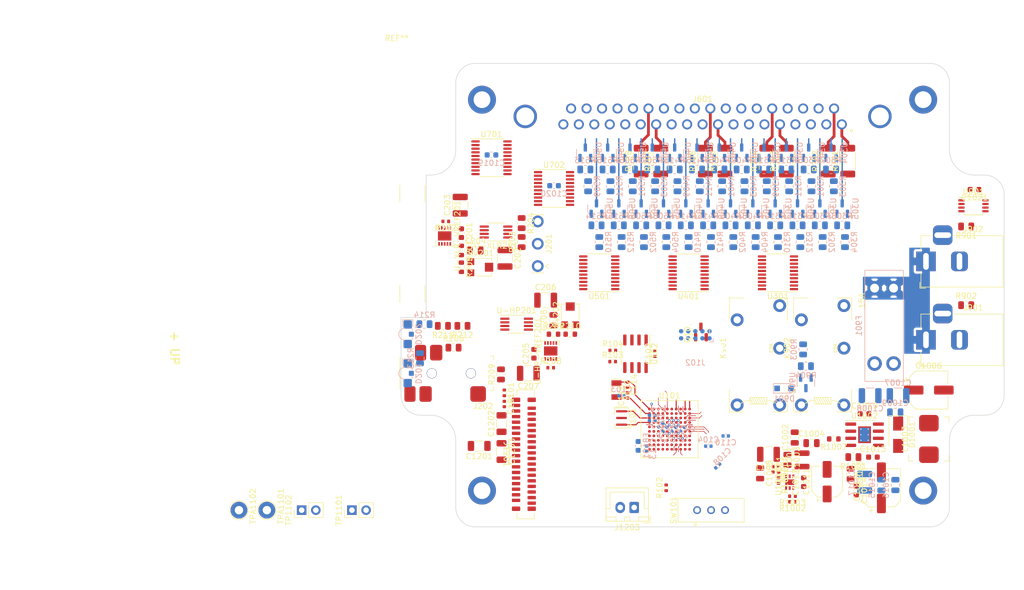
<source format=kicad_pcb>
(kicad_pcb (version 20211014) (generator pcbnew)
  (title_block (title "Light Drum") (rev "REV8") (company "Daxxn Industries") (comment 1 "Board 1 of 2"))
  (layers (0 "F.Cu" signal) (1 "In1.Cu" power) (2 "In2.Cu" power) (31 "B.Cu" signal) (34 "B.Paste" user) (35 "F.Paste" user) (36 "B.SilkS" user "B.Silkscreen") (37 "F.SilkS" user "F.Silkscreen") (38 "B.Mask" user) (39 "F.Mask" user) (44 "Edge.Cuts" user))
  (net 0 "")
  (net 1 "/ENC1-A")
  (net 2 "/ENC2-A")
  (net 3 "/ENC1-B")
  (net 4 "/ENC2-B")
  (net 5 "VCC")
  (net 6 "GND")
  (net 7 "/GRAPH-LE")
  (net 8 "/GRAPH-SDI")
  (net 9 "/HP-SW")
  (net 10 "/AUDIO-RELAY")
  (net 11 "SPI-SCLK")
  (net 12 "SPI-COPI")
  (net 13 "SPI-CIPO")
  (net 14 "/ENC1-SW")
  (net 15 "/ENC2-SW")
  (net 16 "/ADC-CS")
  (net 17 "~{RESET}")
  (net 18 "/XTAL2")
  (net 19 "/XTAL1")
  (net 20 "VDD")
  (net 21 "/Audio Inputs/XLR-VREF")
  (net 22 "I2C-SCLK")
  (net 23 "I2C-SDA")
  (net 24 "/Audio Inputs/HP-VREF")
  (net 25 "/GRAPH-~{OE}")
  (net 26 "+3V3")
  (net 27 "SWDIO")
  (net 28 "SWDCLK")
  (net 29 "SWO")
  (net 30 "/DIAG-DEBUG")
  (net 31 "+12V")
  (net 32 "/RGB_Control/Strip Connector/STRIP1-PWR")
  (net 33 "/RGB_Control/RGB Control 1/LED1-G")
  (net 34 "/RGB_Control/RGB Control 1/LED1-R")
  (net 35 "/RGB_Control/RGB Control 1/LED1-B")
  (net 36 "/RGB_Control/Strip Connector/STRIP2-PWR")
  (net 37 "/RGB_Control/RGB Control 1/LED2-G")
  (net 38 "/RGB_Control/RGB Control 2/LED2-R")
  (net 39 "/RGB_Control/RGB Control 2/LED2-B")
  (net 40 "/RGB_Control/Strip Connector/STRIP3-PWR")
  (net 41 "/RGB_Control/RGB Control 2/LED3-G")
  (net 42 "/RGB_Control/RGB Control 2/LED3-R")
  (net 43 "/RGB_Control/RGB Control 3/LED3-B")
  (net 44 "/RGB_Control/Strip Connector/STRIP4-PWR")
  (net 45 "/RGB_Control/RGB Control 3/LED4-G")
  (net 46 "/RGB_Control/RGB Control 3/LED4-R")
  (net 47 "/RGB_Control/RGB Control 3/LED4-B")
  (net 48 "/RGB_Control/Strip Connector/STRIP5-PWR")
  (net 49 "/RGB_Control/RGB Control 1/LED5-G")
  (net 50 "/RGB_Control/RGB Control 1/LED5-R")
  (net 51 "/RGB_Control/RGB Control 1/LED5-B")
  (net 52 "Vdrive")
  (net 53 "/RGB_Control/Strip Connector/STRIP6-PWR")
  (net 54 "/RGB_Control/RGB Control 1/LED6-G")
  (net 55 "/RGB_Control/RGB Control 2/LED6-R")
  (net 56 "/RGB_Control/RGB Control 2/LED6-B")
  (net 57 "/RGB_Control/Strip Connector/STRIP7-PWR")
  (net 58 "/RGB_Control/RGB Control 2/LED7-G")
  (net 59 "/RGB_Control/RGB Control 2/LED7-R")
  (net 60 "/RGB_Control/RGB Control 3/LED7-B")
  (net 61 "/RGB_Control/Strip Connector/STRIP8-PWR")
  (net 62 "/RGB_Control/RGB Control 3/LED8-G")
  (net 63 "/RGB_Control/RGB Control 3/LED8-R")
  (net 64 "/RGB_Control/RGB Control 3/LED8-B")
  (net 65 "/RGB_Control/RGB Control 1/LED5-R-SIG")
  (net 66 "/RGB_Control/RGB Control 1/LED6-G-SIG")
  (net 67 "/RGB_Control/RGB Control 1/LED1-R-SIG")
  (net 68 "/RGB_Control/RGB Control 1/LED2-G-SIG")
  (net 69 "/RGB_Control/RGB Control 1/LED5-G-SIG")
  (net 70 "/RGB_Control/RGB Control 1/LED5-B-SIG")
  (net 71 "/RGB_Control/RGB Control 1/LED1-G-SIG")
  (net 72 "/RGB_Control/RGB Control 1/LED1-B-SIG")
  (net 73 "/RGB_Control/RGB Control 2/LED6-B-SIG")
  (net 74 "/SCR-RX")
  (net 75 "/SCR-TX")
  (net 76 "/HP-SEL-IND")
  (net 77 "/XLR-SEL-IND")
  (net 78 "/RGB_Control/RGB Control 2/LED7-R-SIG")
  (net 79 "/RGB_Control/RGB Control 2/LED2-B-SIG")
  (net 80 "/DIAG-STATUS")
  (net 81 "/RGB_Control/RGB Control 2/LED3-R-SIG")
  (net 82 "/HP-VREF-PG")
  (net 83 "/GRAPH-CLK")
  (net 84 "/XLR-VREF-PG")
  (net 85 "/STRIP-PWR")
  (net 86 "/Power/PS-SW_")
  (net 87 "/Power/PS-FB_")
  (net 88 "/RGB_Control/RGB Control 2/LED6-R-SIG")
  (net 89 "/RGB_Control/RGB Control 2/LED7-G-SIG")
  (net 90 "/RGB_Control/RGB Control 2/LED2-R-SIG")
  (net 91 "/RGB_Control/RGB Control 2/LED3-G-SIG")
  (net 92 "/RGB_Control/RGB Control 3/LED8-G-SIG")
  (net 93 "/RGB_Control/RGB Control 3/LED8-B-SIG")
  (net 94 "/RGB_Control/RGB Control 3/LED4-G-SIG")
  (net 95 "/EEPROM-WP")
  (net 96 "/RGB_Control/RGB Control 3/LED4-B-SIG")
  (net 97 "/RGB_Control/RGB Control 3/LED7-B-SIG")
  (net 98 "/MIDI-OUT")
  (net 99 "/MIDI-IN")
  (net 100 "/RGB_Control/RGB Control 3/LED8-R-SIG")
  (net 101 "/RGB_Control/RGB Control 3/LED3-B-SIG")
  (net 102 "/RGB_Control/RGB Control 3/LED4-R-SIG")
  (net 103 "/VBAT")
  (net 104 "/STRIP5-CURR")
  (net 105 "/STRIP3-CURR")
  (net 106 "/STRIP4-CURR")
  (net 107 "/STRIP6-CURR")
  (net 108 "/STRIP1-CURR")
  (net 109 "/STRIP7-CURR")
  (net 110 "/MENU-UP")
  (net 111 "/MENU-ACT")
  (net 112 "/MENU-DOWN")
  (net 113 "/MENU-LEFT")
  (net 114 "/MENU-RIGHT")
  (net 115 "/MENU-BACK")
  (net 116 "/STRIP2-CURR")
  (net 117 "/STRIP8-CURR")
  (net 118 "/PWM-OE")
  (net 119 "Net-(C113-Pad1)")
  (net 120 "Net-(C204-Pad1)")
  (net 121 "Net-(C208-Pad1)")
  (net 122 "Net-(C1001-Pad2)")
  (net 123 "Net-(C1010-Pad1)")
  (net 124 "Net-(C1013-Pad2)")
  (net 125 "Net-(D201-Pad2)")
  (net 126 "Net-(D202-Pad2)")
  (net 127 "Net-(D901-Pad2)")
  (net 128 "Net-(F901-Pad1)")
  (net 129 "Net-(J102-Pad1)")
  (net 132 "Net-(J201-Pad2)")
  (net 133 "Net-(J201-Pad3)")
  (net 135 "Net-(J202-PadR2)")
  (net 136 "Net-(J202-PadSW)")
  (net 137 "Net-(J202-PadT)")
  (net 139 "Net-(J901-Pad3)")
  (net 140 "Net-(J902-Pad3)")
  (net 143 "Net-(R102-Pad1)")
  (net 144 "Net-(R102-Pad2)")
  (net 145 "Net-(R201-Pad2)")
  (net 146 "Net-(R202-Pad2)")
  (net 147 "Net-(R207-Pad2)")
  (net 148 "Net-(R208-Pad2)")
  (net 149 "Net-(R301-Pad2)")
  (net 150 "Net-(R302-Pad2)")
  (net 151 "Net-(R303-Pad2)")
  (net 152 "Net-(R304-Pad2)")
  (net 153 "Net-(R309-Pad2)")
  (net 154 "Net-(R310-Pad2)")
  (net 155 "Net-(R311-Pad2)")
  (net 156 "Net-(R312-Pad2)")
  (net 157 "Net-(R401-Pad2)")
  (net 158 "Net-(R402-Pad2)")
  (net 159 "Net-(R403-Pad2)")
  (net 160 "Net-(R404-Pad2)")
  (net 161 "Net-(R409-Pad2)")
  (net 162 "Net-(R410-Pad2)")
  (net 163 "Net-(R411-Pad2)")
  (net 164 "Net-(R412-Pad2)")
  (net 165 "Net-(R501-Pad2)")
  (net 166 "Net-(R502-Pad2)")
  (net 167 "Net-(R503-Pad2)")
  (net 168 "Net-(R504-Pad2)")
  (net 169 "Net-(R509-Pad2)")
  (net 170 "Net-(R510-Pad2)")
  (net 171 "Net-(R511-Pad2)")
  (net 172 "Net-(R512-Pad2)")
  (net 173 "Net-(R903-Pad1)")
  (net 174 "Net-(R903-Pad2)")
  (net 175 "Net-(R1007-Pad1)")
  (net 201 "Net-(U901-Pad5)")
  (net 202 "Net-(R1002-Pad2)")
  (net 203 "Net-(R1003-Pad2)")
  (net 204 "Net-(L1001-Pad1)")
  (net 205 "/HP-ADC-CS")
  (net 206 "/XLR-ADC-CS")
  (net 208 "/CHG-STATUS")
  (net 209 "/RTC-OUT")
  (net 210 "/Audio Inputs/HP-")
  (net 211 "/Audio Inputs/XLR+")
  (net 212 "/Audio Inputs/XLR-")
  (net 213 "/Audio Inputs/HP+")
  (net 214 "Net-(C114-Pad1)")
  (net 215 "Net-(C115-Pad1)")
  (net 226 "/Interface Connectors/CHARGE-STATUS")
  (net 227 "/Interface Connectors/VBAT")
  (footprint "Package_SO:TSSOP-20_4.4x6.5mm_P0.65mm" (layer "F.Cu") (at 13.5 -4 180)
    (fp_text reference "U301")
    (fp_text value "PCA9634_TSSOP20")
  )
  (footprint "Capacitor_SMD:C_0805_2012Metric" (layer "F.Cu") (at 10.3 31.9 -90)
    (fp_text reference "C1005")
    (fp_text value "1uF")
  )
  (footprint "Daxxn_Packages:WSON-10-1EP_3x3mm" (layer "F.Cu") (at -46.1875 -10.6 -90)
    (fp_text reference "U-XLR-VREF201")
    (fp_text value "TPS7A94")
  )
  (footprint "Resistor_SMD:R_2010_5025Metric" (layer "F.Cu") (at -7.5 -24 90)
    (fp_text reference "R707")
    (fp_text value "60m")
  )
  (footprint "Resistor_SMD:R_2010_5025Metric" (layer "F.Cu") (at 22.5 -24 90)
    (fp_text reference "R702")
    (fp_text value "60m")
  )
  (footprint "Capacitor_SMD:C_0805_2012Metric" (layer "F.Cu") (at 16.5 25.5 90)
    (fp_text reference "C1002")
    (fp_text value "100nF")
  )
  (footprint "Capacitor_SMD:C_0603_1608Metric" (layer "F.Cu") (at 29 21.25)
    (fp_text reference "C1010")
    (fp_text value "10nF")
  )
  (footprint "Capacitor_SMD:C_1206_3216Metric" (layer "F.Cu") (at -36 28 -90)
    (fp_text reference "C1203")
    (fp_text value "1uF")
  )
  (footprint "Capacitor_SMD:C_0402_1005Metric" (layer "F.Cu") (at -8.52 10.5 90)
    (fp_text reference "C102")
    (fp_text value "100nF")
  )
  (footprint "Daxxn_Connectors:0525593652" (layer "F.Cu") (at -32 28.5 -90)
    (fp_text reference "J1201")
    (fp_text value "0525593652")
  )
  (footprint "Daxxn_Connectors:JST_XH_B2B-XH-A_Vertical" (layer "F.Cu") (at -12.25 38.025 180)
    (fp_text reference "J1203")
    (fp_text value "PWR-CONN")
  )
  (footprint "Resistor_SMD:R_2010_5025Metric" (layer "F.Cu") (at -11 -24 90)
    (fp_text reference "R708")
    (fp_text value "60m")
  )
  (footprint "Capacitor_SMD:C_1210_3225Metric" (layer "F.Cu") (at 11.8 28.5 180)
    (fp_text reference "L1002")
    (fp_text value "10uH")
  )
  (footprint "Resistor_SMD:R_0603_1608Metric" (layer "F.Cu") (at -43.1875 -8 -90)
    (fp_text reference "R201")
    (fp_text value "14.67K")
  )
  (footprint "Capacitor_SMD:C_1210_3225Metric" (layer "F.Cu") (at -28.1 0.9)
    (fp_text reference "C206")
    (fp_text value "10uF")
  )
  (footprint "Capacitor_SMD:C_1206_3216Metric" (layer "F.Cu") (at -40 27 180)
    (fp_text reference "C1201")
    (fp_text value "1uF")
  )
  (footprint "Capacitor_SMD:CP_Elec_6.3x5.4" (layer "F.Cu") (at 32.02 34.5 90)
    (fp_text reference "C1018")
    (fp_text value "100uF")
  )
  (footprint "Connector_PinHeader_2.54mm:PinHeader_1x02_P2.54mm_Vertical" (layer "F.Cu") (at -71.795 38.5 90)
    (fp_text reference "TP1102")
    (fp_text value "MIDI TP")
  )
  (footprint "Capacitor_SMD:C_1210_3225Metric" (layer "F.Cu") (at -31.2 14 180)
    (fp_text reference "C207")
    (fp_text value "10uF")
  )
  (footprint "Capacitor_SMD:C_0603_1608Metric" (layer "F.Cu") (at 30.5 29)
    (fp_text reference "C1013")
    (fp_text value "220nF")
  )
  (footprint "Package_SO:TSSOP-8_3x3mm_P0.65mm" (layer "F.Cu") (at 48.5 -16)
    (fp_text reference "U901")
    (fp_text value "74HC2G08")
  )
  (footprint "Daxxn_Packages:WSON-10-1EP_3x3mm" (layer "F.Cu") (at -27.2 9.995 90)
    (fp_text reference "U-HP-VREF201")
    (fp_text value "TPS7A94")
  )
  (footprint "Diode_SMD:D_SMA" (layer "F.Cu") (at 35.02 25 -90)
    (fp_text reference "D1001")
    (fp_text value "SK36AHE3")
  )
  (footprint "Resistor_SMD:R_2010_5025Metric" (layer "F.Cu") (at 15 -24 90)
    (fp_text reference "R703")
    (fp_text value "60m")
  )
  (footprint "Package_SO:SOIC-8_3.9x4.9mm_P1.27mm" (layer "F.Cu") (at -12.02 10.5 -90)
    (fp_text reference "U102")
    (fp_text value "24LC04")
  )
  (footprint "Capacitor_SMD:C_0805_2012Metric" (layer "F.Cu") (at 15.2 29.5 -90)
    (fp_text reference "C1003")
    (fp_text value "100nF")
  )
  (footprint "Resistor_SMD:R_0402_1005Metric" (layer "F.Cu") (at -45.9875 -13.2 180)
    (fp_text reference "R202")
    (fp_text value "10K")
  )
  (footprint "Resistor_SMD:R_0805_2012Metric" (layer "F.Cu") (at -44.6 9.4)
    (fp_text reference "R206")
    (fp_text value "100")
  )
  (footprint "Resistor_SMD:R_0402_1005Metric" (layer "F.Cu") (at 16.1 37 180)
    (fp_text reference "R1002")
    (fp_text value "100K")
  )
  (footprint "Capacitor_SMD:C_1210_3225Metric" (layer "F.Cu") (at -35.3875 -6.6 -90)
    (fp_text reference "C202")
    (fp_text value "10uF")
  )
  (footprint "Resistor_SMD:R_0805_2012Metric" (layer "F.Cu") (at 26.5 32 -90)
    (fp_text reference "R1005")
    (fp_text value "7.5K")
  )
  (footprint "Resistor_SMD:R_0603_1608Metric" (layer "F.Cu") (at -23.7 6.995)
    (fp_text reference "R210")
    (fp_text value "100K")
  )
  (footprint "Daxxn_Relays:ALQ112" (layer "F.Cu") (at 21.5 9.5 90)
    (fp_text reference "K902")
    (fp_text value "ALQ112")
  )
  (footprint "TestPoint:TestPoint_Loop_D2.54mm_Drill1.5mm_Beaded" (layer "F.Cu") (at -78.02 38.5 90)
    (fp_text reference "TPA1101")
    (fp_text value "VCC TP")
  )
  (footprint "Capacitor_SMD:C_0603_1608Metric" (layer "F.Cu") (at 18.1 33.5 90)
    (fp_text reference "C1012")
    (fp_text value "100nF")
  )
  (footprint "TestPoint:TestPoint_Loop_D2.54mm_Drill1.5mm_Beaded" (layer "F.Cu") (at -83.02 38.5 90)
    (fp_text reference "TPA1102")
    (fp_text value "GND TP")
  )
  (footprint "Daxxn_Relays:ALQ112" (layer "F.Cu") (at 10 9.5 90)
    (fp_text reference "K901")
    (fp_text value "ALQ112")
  )
  (footprint "Capacitor_SMD:C_0402_1005Metric" (layer "F.Cu") (at -13.42 17.95 90)
    (fp_text reference "C115")
    (fp_text value "10pF")
  )
  (footprint "Daxxn_Packages:SOIC-8-1EP_3.9x4.9mm_P1.27mm_EP2.29x3mm_ThermalVias" (layer "F.Cu") (at 29 25)
    (fp_text reference "U1002")
    (fp_text value "LM22673-SOIC")
  )
  (footprint "Resistor_SMD:R_2010_5025Metric" (layer "F.Cu") (at 0.5 -24 90)
    (fp_text reference "R706")
    (fp_text value "60m")
  )
  (footprint "Capacitor_SMD:C_0603_1608Metric" (layer "F.Cu") (at 48.7 -18.9 180)
    (fp_text reference "C1021")
    (fp_text value "100nF")
  )
  (footprint "Daxxn_Connectors:CP30082-XLR" (layer "F.Cu") (at -29.5175 -9.2 180)
    (fp_text reference "J201")
    (fp_text value "XLR3")
  )
  (footprint "Package_TO_SOT_SMD:SOT-23" (layer "F.Cu") (at -0.3 6.6 90)
    (fp_text reference "Q101")
    (fp_text value "RQ5A030AP")
  )
  (footprint "Resistor_SMD:R_0805_2012Metric" (layer "F.Cu") (at -46.5 5.5 180)
    (fp_text reference "R211")
    (fp_text value "100")
  )
  (footprint "Resistor_SMD:R_2010_5025Metric" (layer "F.Cu") (at 26 -24 90)
    (fp_text reference "R701")
    (fp_text value "60m")
  )
  (footprint "MountingHole:MountingHole_2.5mm_Pad" (layer "F.Cu") (at 39.5 -35)
    (fp_text reference "H4" hide)
    (fp_text value "M2.5")
  )
  (footprint "Resistor_SMD:R_0402_1005Metric" (layer "F.Cu") (at -6.52 34.5 90)
    (fp_text reference "R102")
    (fp_text value "10K")
  )
  (footprint "Connector_PinHeader_2.54mm:PinHeader_1x02_P2.54mm_Vertical" (layer "F.Cu") (at -62.795 38.5 90)
    (fp_text reference "TP1101")
    (fp_text value "I2C TP")
  )
  (footprint "MountingHole:MountingHole_2.5mm_Pad" (layer "F.Cu") (at -39.5 -35)
    (fp_text reference "H1" hide)
    (fp_text value "M2.5")
  )
  (footprint "Capacitor_SMD:C_0603_1608Metric" (layer "F.Cu") (at -30.2 10.495 90)
    (fp_text reference "C205")
    (fp_text value "100nF")
  )
  (footprint "Package_SO:TSSOP-20_4.4x6.5mm_P0.65mm" (layer "F.Cu") (at -26.6 -19.1)
    (fp_text reference "U702")
    (fp_text value "INA4181 A2")
  )
  (footprint "Package_DFN_QFN:DFN-6-1EP_2x2mm_P0.65mm_EP1x1.6mm" (layer "F.Cu") (at 15.6 33.5 90)
    (fp_text reference "U1001")
    (fp_text value "AP3401")
  )
  (footprint "Package_SO:TSSOP-20_4.4x6.5mm_P0.65mm" (layer "F.Cu") (at -37.8 -24.6)
    (fp_text reference "U701")
    (fp_text value "INA4181 A2")
  )
  (footprint "Capacitor_SMD:C_0603_1608Metric" (layer "F.Cu") (at 27.52 35 -90)
    (fp_text reference "C1014")
    (fp_text value "100nF")
  )
  (footprint "Resistor_SMD:R_0402_1005Metric" (layer "F.Cu") (at -27.2 12.995)
    (fp_text reference "R208")
    (fp_text value "10K")
  )
  (footprint "Package_SO:TSSOP-20_4.4x6.5mm_P0.65mm" (layer "F.Cu") (at -18.5 -4 180)
    (fp_text reference "U501")
    (fp_text value "PCA9634_TSSOP20")
  )
  (footprint "Daxxn_Passives:LQH3NPN" (layer "F.Cu") (at 17.8 29.5 90)
    (fp_text reference "L1001")
    (fp_text value "2.2uH")
  )
  (footprint "Resistor_SMD:R_0805_2012Metric" (layer "F.Cu") (at 47.2 1.8)
    (fp_text reference "R902")
    (fp_text value "10K")
  )
  (footprint "Resistor_SMD:R_0805_2012Metric" (layer "F.Cu") (at 47.2 -12.3 180)
    (fp_text reference "R901")
    (fp_text value "10K")
  )
  (footprint "Resistor_SMD:R_0402_1005Metric" (layer "F.Cu") (at 16.1 36 180)
    (fp_text reference "R1003")
    (fp_text value "100K")
  )
  (footprint "Crystal:Crystal_SMD_MicroCrystal_CC7V-T1A-2Pin_3.2x1.5mm" (layer "F.Cu") (at -15.42 17 -90)
    (fp_text reference "Y102")
    (fp_text value "32.768KHz")
  )
  (footprint "Capacitor_SMD:C_0805_2012Metric" (layer "F.Cu") (at -40.6875 -8)
    (fp_text reference "C204")
    (fp_text value "4.7uF")
  )
  (footprint "Daxxn_Switches:Bourns_TC33X" (layer "F.Cu") (at -39.6875 -5)
    (fp_text reference "RV201")
    (fp_text value "30K")
  )
  (footprint "MountingHole:MountingHole_2.5mm_Pad" (layer "F.Cu") (at -39.5 35)
    (fp_text reference "H2" hide)
    (fp_text value "M2.5")
  )
  (footprint "Capacitor_SMD:C_0805_2012Metric" (layer "F.Cu") (at -26.7 4.495 90)
    (fp_text reference "C208")
    (fp_text value "4.7uF")
  )
  (footprint "Capacitor_SMD:C_0402_1005Metric" (layer "F.Cu") (at -13.42 16.05 -90)
    (fp_text reference "C114")
    (fp_text value "10pF")
  )
  (footprint "Daxxn_Connectors:DSUB-37-182-037-113R531" (layer "F.Cu") (at 0 -32 180)
    (fp_text reference "J601")
    (fp_text value "LED D-SUB")
  )
  (footprint "Resistor_SMD:R_0805_2012Metric" (layer "F.Cu") (at -36.1 14.2 90)
    (fp_text reference "R209")
    (fp_text value "100")
  )
  (footprint "Daxxn_Connectors:BarrelJack_Horizontal" (layer "F.Cu") (at 40 8 180)
    (fp_text reference "J901")
    (fp_text value "STD BARREL JACK")
  )
  (footprint "Daxxn_Connectors:BarrelJack_Horizontal" (layer "F.Cu") (at 40 -6.0425 180)
    (fp_text reference "J902")
    (fp_text value "STD BARREL JACK")
  )
  (footprint "Resistor_SMD:R_0402_1005Metric" (layer "F.Cu") (at -35.5 17.5 -90)
    (fp_text reference "R101")
    (fp_text value "10K")
  )
  (footprint "Daxxn_Packages:LFBGA-100_P0.8mm" (layer "F.Cu") (at -5.92 24)
    (fp_text reference "U101")
    (fp_text value "STM32F103VEH6")
  )
  (footprint "Resistor_SMD:R_0805_2012Metric" (layer "F.Cu") (at -32.4 -9.5 90)
    (fp_text reference "R203")
    (fp_text value "100")
  )
  (footprint "Resistor_SMD:R_0603_1608Metric" (layer "F.Cu") (at -26.7 6.995)
    (fp_text reference "R207")
    (fp_text value "14.67K")
  )
  (footprint "Resistor_SMD:R_0402_1005Metric" (layer "F.Cu") (at 13.6 31.2 -90)
    (fp_text reference "R1004")
    (fp_text value "430K")
  )
  (footprint "Resistor_SMD:R_0402_1005Metric" (layer "F.Cu") (at -16.1 11.9)
    (fp_text reference "R103")
    (fp_text value "2.2K")
  )
  (footprint "Resistor_SMD:R_0805_2012Metric" (layer "F.Cu") (at 27 29 180)
    (fp_text reference "R1001")
    (fp_text value "2.78K")
  )
  (footprint "Resistor_SMD:R_2010_5025Metric" (layer "F.Cu") (at 11.5 -24 90)
    (fp_text reference "R704")
    (fp_text value "60m")
  )
  (footprint "Capacitor_SMD:C_1206_3216Metric" (layer "F.Cu") (at -36 23 90)
    (fp_text reference "C1202")
    (fp_text value "1uF")
  )
  (footprint "Daxxn_Enclosures:LeMotech_Black_ENC-115x90" (layer "F.Cu") (at 0 0)
    (fp_text reference "REF**")
    (fp_text value "LeMotech_Black_ENC-115x90")
  )
  (footprint "Resistor_SMD:R_0603_1608Metric" (layer "F.Cu") (at -43.1875 -5 -90)
    (fp_text reference "R205")
    (fp_text value "100K")
  )
  (footprint "Capacitor_SMD:C_1210_3225Metric" (layer "F.Cu") (at -43.4 -16.1 90)
    (fp_text reference "C203")
    (fp_text value "10uF")
  )
  (footprint "Capacitor_SMD:CP_Elec_6.3x7.7" (layer "F.Cu") (at 40.5 17)
    (fp_text reference "C1006")
    (fp_text value "47uF")
  )
  (footprint "Resistor_SMD:R_0805_2012Metric" (layer "F.Cu") (at -32.4 -12.9 -90)
    (fp_text reference "R204")
    (fp_text value "100")
  )
  (footprint "Resistor_SMD:R_0402_1005Metric" (layer "F.Cu") (at -16.08 9.9)
    (fp_text reference "R104")
    (fp_text value "2.2K")
  )
  (footprint "Resistor_SMD:R_0603_1608Metric" (layer "F.Cu") (at 23.5 25.75 180)
    (fp_text reference "R1007")
    (fp_text value "15K")
  )
  (footprint "Crystal:Resonator_SMD_Murata_CSTxExxV-3Pin_3.0x1.1mm" (layer "F.Cu") (at -14.52 22 -90)
    (fp_text reference "Y101")
    (fp_text value "8MHz")
  )
  (footprint "MountingHole:MountingHole_2.5mm_Pad" (layer "F.Cu") (at 39.5 35)
    (fp_text reference "H3" hide)
    (fp_text value "M2.5")
  )
  (footprint "Resistor_SMD:R_2010_5025Metric" (layer "F.Cu") (at 4 -24 90)
    (fp_text reference "R705")
    (fp_text value "60m")
  )
  (footprint "Package_SO:TSSOP-20_4.4x6.5mm_P0.65mm" (layer "F.Cu") (at -2.5 -4 180)
    (fp_text reference "U401")
    (fp_text value "PCA9634_TSSOP20")
  )
  (footprint "Daxxn_Switches:EG1218" (layer "F.Cu") (at -0.98 38.5 90)
    (fp_text reference "SW101")
    (fp_text value "SW_SPDT")
  )
  (footprint "Capacitor_SMD:C_0805_2012Metric" (layer "F.Cu") (at 19.5 26.5)
    (fp_text reference "C1004")
    (fp_text value "1uF")
  )
  (footprint "Daxxn_Switches:Bourns_TC33X" (layer "F.Cu") (at -23.7 3.495 90)
    (fp_text reference "RV202")
    (fp_text value "30K")
  )
  (footprint "Resistor_SMD:R_0402_1005Metric" (layer "F.Cu") (at 13.6 33.2 -90)
    (fp_text reference "R1006")
    (fp_text value "100K")
  )
  (footprint "Capacitor_SMD:C_0603_1608Metric" (layer "F.Cu") (at -43.1875 -11.1 -90)
    (fp_text reference "C201")
    (fp_text value "100nF")
  )
  (footprint "Package_SO:MSOP-8_3x3mm_P0.65mm" (layer "F.Cu") (at -36.9875 -11.3 180)
    (fp_text reference "U-XLR201")
    (fp_text value "MCP3553-ESN")
  )
  (footprint "Resistor_SMD:R_0805_2012Metric" (layer "F.Cu") (at -43 5.5 180)
    (fp_text reference "R212")
    (fp_text value "10K")
  )
  (footprint "Capacitor_SMD:C_0402_1005Metric" (layer "F.Cu") (at 12.6 31.2 -90)
    (fp_text reference "C1001")
    (fp_text value "22pF")
  )
  (footprint "Package_SO:MSOP-8_3x3mm_P0.65mm" (layer "F.Cu") (at -33.3 5.2)
    (fp_text reference "U-HP201")
    (fp_text value "MCP3553-ESN")
  )
  (footprint "Daxxn_Connectors:SJ-43515RS-SMT-TR" (layer "F.Cu") (at -53 14)
    (fp_text reference "J202")
    (fp_text value "SJ-43515RS-SMT-TR")
  )
  (footprint "Daxxn_Passives:PA4341" (layer "F.Cu") (at 40.52 25.75)
    (fp_text reference "L1003")
    (fp_text value "22uH")
  )
  (footprint "Capacitor_SMD:CP_Elec_5x5.4" (layer "F.Cu") (at 22.3 33.4 90)
    (fp_text reference "C1011")
    (fp_text value "10uF")
  )
  (footprint "Capacitor_SMD:C_0402_1005Metric" (layer "F.Cu") (at -35.5 19.5 -90)
    (fp_text reference "C101")
    (fp_text value "100nF")
  )
  (footprint "Capacitor_SMD:C_0402_1005Metric" (layer "B.Cu") (at -7.52 23.24 45)
    (fp_text reference "C105")
    (fp_text value "100nF")
  )
  (footprint "Diode_SMD:D_SOD-323_HandSoldering" (layer "B.Cu") (at 14.6 16.7)
    (fp_text reference "D901")
    (fp_text value "SSM16")
  )
  (footprint "Package_TO_SOT_SMD:SOT-23" (layer "B.Cu") (at -1 -25.5 90)
    (fp_text reference "U408")
    (fp_text value "SQ2310ES_SOT23")
  )
  (footprint "Resistor_SMD:R_0805_2012Metric" (layer "B.Cu") (at -5 -22.5 180)
    (fp_text reference "R413")
    (fp_text value "10K")
  )
  (footprint "Resistor_SMD:R_0805_2012Metric" (layer "B.Cu") (at -50.6 11.3 -90)
    (fp_text reference "R213")
    (fp_text value "330")
  )
  (footprint "Resistor_SMD:R_0805_2012Metric" (layer "B.Cu") (at -19 -12.5 180)
    (fp_text reference "R514")
    (fp_text value "10K")
  )
  (footprint "Resistor_SMD:R_0805_2012Metric" (layer "B.Cu") (at -8.5 -19.5 90)
    (fp_text reference "R503")
    (fp_text value "100")
  )
  (footprint "Resistor_SMD:R_0805_2012Metric" (layer "B.Cu") (at -16.5 -19.5 90)
    (fp_text reference "R511")
    (fp_text value "100")
  )
  (footprint "Resistor_SMD:R_0805_2012Metric" (layer "B.Cu") (at 25 -12.5 180)
    (fp_text reference "R308")
    (fp_text value "10K")
  )
  (footprint "Resistor_SMD:R_0805_2012Metric" (layer "B.Cu") (at 11 -22.5 180)
    (fp_text reference "R313")
    (fp_text value "10K")
  )
  (footprint "Resistor_SMD:R_0805_2012Metric" (layer "B.Cu") (at -3 -12.5 180)
    (fp_text reference "R414")
    (fp_text value "10K")
  )
  (footprint "Package_TO_SOT_SMD:SOT-23" (layer "B.Cu") (at 5 -15.5 90)
    (fp_text reference "U403")
    (fp_text value "SQ2310ES_SOT23")
  )
  (footprint "Capacitor_SMD:C_0805_2012Metric" (layer "B.Cu") (at 32.02 34 -90)
    (fp_text reference "C1015")
    (fp_text value "1uF")
  )
  (footprint "Resistor_SMD:R_0805_2012Metric" (layer "B.Cu") (at 1.5 -9.5 90)
    (fp_text reference "R412")
    (fp_text value "100")
  )
  (footprint "Resistor_SMD:R_0805_2012Metric" (layer "B.Cu") (at 17 -12.5 180)
    (fp_text reference "R316")
    (fp_text value "10K")
  )
  (footprint "Resistor_SMD:R_0805_2012Metric" (layer "B.Cu") (at -6.5 -9.5 90)
    (fp_text reference "R504")
    (fp_text value "100")
  )
  (footprint "Package_TO_SOT_SMD:SOT-23" (layer "B.Cu") (at 3 -25.5 90)
    (fp_text reference "U402")
    (fp_text value "SQ2310ES_SOT23")
  )
  (footprint "Resistor_SMD:R_0805_2012Metric" (layer "B.Cu") (at -7 -12.5 180)
    (fp_text reference "R508")
    (fp_text value "10K")
  )
  (footprint "Capacitor_SMD:C_0603_1608Metric" (layer "B.Cu") (at -37.8 -25.1)
    (fp_text reference "C1019")
    (fp_text value "100nF")
  )
  (footprint "Resistor_SMD:R_0805_2012Metric" (layer "B.Cu") (at 3.5 -19.5 90)
    (fp_text reference "R401")
    (fp_text value "100")
  )
  (footprint "Capacitor_SMD:C_0402_1005Metric" (layer "B.Cu") (at 2.7 30.59 45)
    (fp_text reference "C108")
    (fp_text value "100nF")
  )
  (footprint "Resistor_SMD:R_0805_2012Metric" (layer "B.Cu") (at -10.5 -9.5 90)
    (fp_text reference "R502")
    (fp_text value "100")
  )
  (footprint "Resistor_SMD:R_0805_2012Metric" (layer "B.Cu") (at -12.5 -19.5 90)
    (fp_text reference "R501")
    (fp_text value "100")
  )
  (footprint "Daxxn_Protection:3557-10" (layer "B.Cu") (at 32.5 5.5 -90)
    (fp_text reference "F901")
    (fp_text value "10A")
  )
  (footprint "Resistor_SMD:R_0805_2012Metric" (layer "B.Cu") (at -21 -22.5 180)
    (fp_text reference "R513")
    (fp_text value "10K")
  )
  (footprint "Capacitor_SMD:C_0402_1005Metric" (layer "B.Cu") (at 1.03 27.04 180)
    (fp_text reference "C104")
    (fp_text value "100nF")
  )
  (footprint "Resistor_SMD:R_0805_2012Metric" (layer "B.Cu") (at -14.5 -9.5 90)
    (fp_text reference "R512")
    (fp_text value "100")
  )
  (footprint "Resistor_SMD:R_0805_2012Metric" (layer "B.Cu") (at 5.5 -9.5 90)
    (fp_text reference "R402")
    (fp_text value "100")
  )
  (footprint "Resistor_SMD:R_0805_2012Metric" (layer "B.Cu") (at 7 -22.5 180)
    (fp_text reference "R407")
    (fp_text value "10K")
  )
  (footprint "Resistor_SMD:R_0805_2012Metric" (layer "B.Cu") (at 21 -12.5 180)
    (fp_text reference "R306")
    (fp_text value "10K")
  )
  (footprint "Resistor_SMD:R_0805_2012Metric" (layer "B.Cu") (at 9.5 -9.5 90)
    (fp_text reference "R404")
    (fp_text value "100")
  )
  (footprint "Resistor_SMD:R_0805_2012Metric" (layer "B.Cu") (at -20.5 -19.5 90)
    (fp_text reference "R509")
    (fp_text value "100")
  )
  (footprint "Package_TO_SOT_SMD:SOT-23" (layer "B.Cu") (at 19 -25.5 90)
    (fp_text reference "U302")
    (fp_text value "SQ2310ES_SOT23")
  )
  (footprint "Resistor_SMD:R_0805_2012Metric" (layer "B.Cu") (at -9 -22.5 180)
    (fp_text reference "R507")
    (fp_text value "10K")
  )
  (footprint "Resistor_SMD:R_0805_2012Metric" (layer "B.Cu") (at 19 -22.5 180)
    (fp_text reference "R305")
    (fp_text value "10K")
  )
  (footprint "Capacitor_SMD:C_0402_1005Metric" (layer "B.Cu") (at -8.52 22 90)
    (fp_text reference "C109")
    (fp_text value "100nF")
  )
  (footprint "Resistor_SMD:R_0805_2012Metric" (layer "B.Cu") (at -2.5 -9.5 90)
    (fp_text reference "R410")
    (fp_text value "100")
  )
  (footprint "Connector:Tag-Connect_TC2050-IDC-FP_2x05_P1.27mm_Vertical" (layer "B.Cu") (at -1.3 7.1 180)
    (fp_text reference "J102")
    (fp_text value "JTAG")
  )
  (footprint "Package_TO_SOT_SMD:SOT-23" (layer "B.Cu") (at 17 -15.5 90)
    (fp_text reference "U309")
    (fp_text value "SQ2310ES_SOT23")
  )
  (footprint "Resistor_SMD:R_0805_2012Metric" (layer "B.Cu") (at -15 -12.5 180)
    (fp_text reference "R516")
    (fp_text value "10K")
  )
  (footprint "Resistor_SMD:R_0805_2012Metric" (layer "B.Cu") (at 21.5 -9.5 90)
    (fp_text reference "R302")
    (fp_text value "100")
  )
  (footprint "Package_TO_SOT_SMD:SOT-23" (layer "B.Cu") (at 23 -25.5 90)
    (fp_text reference "U304")
    (fp_text value "SQ2310ES_SOT23")
  )
  (footprint "Package_TO_SOT_SMD:SOT-23" (layer "B.Cu") (at -9 -25.5 90)
    (fp_text reference "U504")
    (fp_text value "SQ2310ES_SOT23")
  )
  (footprint "Capacitor_SMD:C_1210_3225Metric" (layer "B.Cu") (at 30 18)
    (fp_text reference "C1008")
    (fp_text value "10uF")
  )
  (footprint "Resistor_SMD:R_0805_2012Metric" (layer "B.Cu") (at 19.5 -19.5 90)
    (fp_text reference "R301")
    (fp_text value "100")
  )
  (footprint "Capacitor_SMD:C_0402_1005Metric" (layer "B.Cu") (at -14.52 18 180)
    (fp_text reference "C103")
    (fp_text value "10nF")
  )
  (footprint "Capacitor_SMD:C_0402_1005Metric" (layer "B.Cu") (at -9.52 22 90)
    (fp_text reference "C107")
    (fp_text value "100nF")
  )
  (footprint "Capacitor_SMD:C_0402_1005Metric" (layer "B.Cu") (at -3.62 24 45)
    (fp_text reference "C111")
    (fp_text value "100nF")
  )
  (footprint "Package_TO_SOT_SMD:SOT-23" (layer "B.Cu") (at -21 -25.5 90)
    (fp_text reference "U506")
    (fp_text value "SQ2310ES_SOT23")
  )
  (footprint "Resistor_SMD:R_0805_2012Metric" (layer "B.Cu") (at 5 -12.5 180)
    (fp_text reference "R406")
    (fp_text value "10K")
  )
  (footprint "Resistor_SMD:R_0805_2012Metric" (layer "B.Cu") (at -4.5 -19.5 90)
    (fp_text reference "R409")
    (fp_text value "100")
  )
  (footprint "Daxxn_LEDs:LTST-S321TBKT" (layer "B.Cu") (at -52.8 14 180)
    (fp_text reference "D201")
    (fp_text value "HP IND - BLUE")
  )
  (footprint "Capacitor_SMD:C_0402_1005Metric" (layer "B.Cu") (at -10.02 27.5 90)
    (fp_text reference "C113")
    (fp_text value "100nF")
  )
  (footprint "Package_TO_SOT_SMD:SOT-23" (layer "B.Cu") (at 15 -25.5 90)
    (fp_text reference "U308")
    (fp_text value "SQ2310ES_SOT23")
  )
  (footprint "Resistor_SMD:R_0805_2012Metric" (layer "B.Cu") (at -17 -22.5 180)
    (fp_text reference "R515")
    (fp_text value "10K")
  )
  (footprint "Resistor_SMD:R_0805_2012Metric" (layer "B.Cu") (at 1 -12.5 180)
    (fp_text reference "R416")
    (fp_text value "10K")
  )
  (footprint "Capacitor_SMD:C_0402_1005Metric" (layer "B.Cu") (at 4.14 25.22)
    (fp_text reference "C110")
    (fp_text value "100nF")
  )
  (footprint "Package_TO_SOT_SMD:SOT-23" (layer "B.Cu") (at -17 -25.5 90)
    (fp_text reference "U508")
    (fp_text value "SQ2310ES_SOT23")
  )
  (footprint "Resistor_SMD:R_0805_2012Metric" (layer "B.Cu") (at -49.8 5.2 180)
    (fp_text reference "R214")
    (fp_text value "330")
  )
  (footprint "Package_TO_SOT_SMD:SOT-23" (layer "B.Cu") (at 21 -15.5 90)
    (fp_text reference "U303")
    (fp_text value "SQ2310ES_SOT23")
  )
  (footprint "Resistor_SMD:R_0805_2012Metric" (layer "B.Cu") (at 13 -12.5 180)
    (fp_text reference "R314")
    (fp_text value "10K")
  )
  (footprint "Resistor_SMD:R_0805_2012Metric" (layer "B.Cu") (at 23.5 -19.5 90)
    (fp_text reference "R303")
    (fp_text value "100")
  )
  (footprint "Resistor_SMD:R_0805_2012Metric" (layer "B.Cu") (at 11.5 -19.5 90)
    (fp_text reference "R309")
    (fp_text value "100")
  )
  (footprint "Package_TO_SOT_SMD:SOT-23" (layer "B.Cu") (at 11 -25.5 90)
    (fp_text reference "U306")
    (fp_text value "SQ2310ES_SOT23")
  )
  (footprint "Package_TO_SOT_SMD:SOT-23" (layer "B.Cu") (at -3 -15.5 90)
    (fp_text reference "U407")
    (fp_text value "SQ2310ES_SOT23")
  )
  (footprint "Inductor_SMD:L_0603_1608Metric" (layer "B.Cu") (at -11.52 27 90)
    (fp_text reference "FB101")
    (fp_text value "120")
  )
  (footprint "Package_TO_SOT_SMD:SOT-23" (layer "B.Cu") (at 13 -15.5 90)
    (fp_text reference "U307")
    (fp_text value "SQ2310ES_SOT23")
  )
  (footprint "Resistor_SMD:R_0805_2012Metric" (layer "B.Cu") (at 13.5 -9.5 90)
    (fp_text reference "R310")
    (fp_text value "100")
  )
  (footprint "Resistor_SMD:R_0805_2012Metric" (layer "B.Cu") (at 18 9.7175 -90)
    (fp_text reference "R903")
    (fp_text value "100")
  )
  (footprint "Resistor_SMD:R_0805_2012Metric" (layer "B.Cu") (at 25.5 -9.5 90)
    (fp_text reference "R304")
    (fp_text value "100")
  )
  (footprint "Capacitor_SMD:C_0402_1005Metric" (layer "B.Cu") (at -6.77 24 45)
    (fp_text reference "C112")
    (fp_text value "100nF")
  )
  (footprint "Capacitor_SMD:C_0402_1005Metric" (layer "B.Cu") (at -5.17 24 45)
    (fp_text reference "C106")
    (fp_text value "100nF")
  )
  (footprint "Resistor_SMD:R_0805_2012Metric" (layer "B.Cu") (at 17.5 -9.5 90)
    (fp_text reference "R312")
    (fp_text value "100")
  )
  (footprint "Capacitor_SMD:C_1210_3225Metric" (layer "B.Cu") (at 35 18 180)
    (fp_text reference "C1007")
    (fp_text value "10uF")
  )
  (footprint "Package_TO_SOT_SMD:SOT-23" (layer "B.Cu") (at -19 -15.5 90)
    (fp_text reference "U507")
    (fp_text value "SQ2310ES_SOT23")
  )
  (footprint "Resistor_SMD:R_0805_2012Metric" (layer "B.Cu") (at -18.5 -9.5 90)
    (fp_text reference "R510")
    (fp_text value "100")
  )
  (footprint "Package_TO_SOT_SMD:SOT-23" (layer "B.Cu") (at 9 -15.5 90)
    (fp_text reference "U405")
    (fp_text value "SQ2310ES_SOT23")
  )
  (footprint "Resistor_SMD:R_0805_2012Metric" (layer "B.Cu") (at 23 -22.5 180)
    (fp_text reference "R307")
    (fp_text value "10K")
  )
  (footprint "Package_TO_SOT_SMD:SOT-23" (layer "B.Cu") (at 25 -15.5 90)
    (fp_text reference "U305")
    (fp_text value "SQ2310ES_SOT23")
  )
  (footprint "Capacitor_SMD:C_1210_3225Metric" (layer "B.Cu") (at 29.02 33.5 -90)
    (fp_text reference "C1017")
    (fp_text value "10uF")
  )
  (footprint "Resistor_SMD:R_0805_2012Metric" (layer "B.Cu") (at 7.5 -19.5 90)
    (fp_text reference "R403")
    (fp_text value "100")
  )
  (footprint "Package_TO_SOT_SMD:SOT-23" (layer "B.Cu") (at -11 -15.5 90)
    (fp_text reference "U503")
    (fp_text value "SQ2310ES_SOT23")
  )
  (footprint "Package_TO_SOT_SMD:SOT-23" (layer "B.Cu") (at -15 -15.5 90)
    (fp_text reference "U509")
    (fp_text value "SQ2310ES_SOT23")
  )
  (footprint "Package_TO_SOT_SMD:SOT-23" (layer "B.Cu") (at -13 -25.5 90)
    (fp_text reference "U502")
    (fp_text value "SQ2310ES_SOT23")
  )
  (footprint "Resistor_SMD:R_0805_2012Metric" (layer "B.Cu") (at 9 -12.5 180)
    (fp_text reference "R408")
    (fp_text value "10K")
  )
  (footprint "Resistor_SMD:R_0805_2012Metric" (layer "B.Cu") (at -0.5 -19.5 90)
    (fp_text reference "R411")
    (fp_text value "100")
  )
  (footprint "Capacitor_SMD:C_0603_1608Metric" (layer "B.Cu") (at -26.6 -19.6)
    (fp_text reference "C1020")
    (fp_text value "100nF")
  )
  (footprint "Capacitor_SMD:C_0805_2012Metric" (layer "B.Cu") (at 34.52 34 -90)
    (fp_text reference "C1016")
    (fp_text value "1uF")
  )
  (footprint "Resistor_SMD:R_0805_2012Metric" (layer "B.Cu") (at 3 -22.5 180)
    (fp_text reference "R405")
    (fp_text value "10K")
  )
  (footprint "Resistor_SMD:R_0805_2012Metric" (layer "B.Cu") (at 15 -22.5 180)
    (fp_text reference "R315")
    (fp_text value "10K")
  )
  (footprint "Daxxn_LEDs:LTST-S321TBKT" (layer "B.Cu") (at -52.8 7 180)
    (fp_text reference "D202")
    (fp_text value "XLR IND - BLUE")
  )
  (footprint "Resistor_SMD:R_0805_2012Metric" (layer "B.Cu") (at 15.5 -19.5 90)
    (fp_text reference "R311")
    (fp_text value "100")
  )
  (footprint "Resistor_SMD:R_0805_2012Metric" (layer "B.Cu") (at -13 -22.5 180)
    (fp_text reference "R505")
    (fp_text value "10K")
  )
  (footprint "Capacitor_SMD:C_0805_2012Metric" (layer "B.Cu") (at 34.5 21 180)
    (fp_text reference "C1009")
    (fp_text value "100nF")
  )
  (footprint "Resistor_SMD:R_0805_2012Metric" (layer "B.Cu") (at 18.5 12.7175)
    (fp_text reference "R904")
    (fp_text value "10K")
  )
  (footprint "Resistor_SMD:R_0805_2012Metric" (layer "B.Cu") (at -1 -22.5 180)
    (fp_text reference "R415")
    (fp_text value "10K")
  )
  (footprint "Package_TO_SOT_SMD:SOT-23" (layer "B.Cu") (at 18.5 15.7175 -90)
    (fp_text reference "U902")
    (fp_text value "SSM3K361R_SOT23F")
  )
  (footprint "Package_TO_SOT_SMD:SOT-23" (layer "B.Cu") (at 7 -25.5 90)
    (fp_text reference "U404")
    (fp_text value "SQ2310ES_SOT23")
  )
  (footprint "Package_TO_SOT_SMD:SOT-23" (layer "B.Cu") (at -5 -25.5 90)
    (fp_text reference "U406")
    (fp_text value "SQ2310ES_SOT23")
  )
  (footprint "Resistor_SMD:R_0805_2012Metric" (layer "B.Cu") (at -11 -12.5 180)
    (fp_text reference "R506")
    (fp_text value "10K")
  )
  (footprint "Package_TO_SOT_SMD:SOT-23" (layer "B.Cu") (at -7 -15.5 90)
    (fp_text reference "U505")
    (fp_text value "SQ2310ES_SOT23")
  )
  (footprint "Package_TO_SOT_SMD:SOT-23" (layer "B.Cu") (at 1 -15.5 90)
    (fp_text reference "U409")
    (fp_text value "SQ2310ES_SOT23")
  )
  (gr_line (start 50.5 21.5) (end 48.7 21.5) (layer "Edge.Cuts") (width 0.1))
  (gr_arc (start -40.7 41.5) (mid -43.174874 40.474874) (end -44.2 38) (layer "Edge.Cuts") (width 0.1))
  (gr_line (start -40.7 -41.5) (end 40.7 -41.5) (layer "Edge.Cuts") (width 0.1))
  (gr_line (start 44.2 -38) (end 44.2 -26) (layer "Edge.Cuts") (width 0.1))
  (gr_arc (start 54 18) (mid 52.974874 20.474874) (end 50.5 21.5) (layer "Edge.Cuts") (width 0.1))
  (gr_line (start -49.5 4) (end -49.5 -21.5) (layer "Edge.Cuts") (width 0.1))
  (gr_line (start -44.2 -26) (end -44.2 -38) (layer "Edge.Cuts") (width 0.1))
  (gr_arc (start -50.5 21.5) (mid -52.974874 20.474874) (end -54 18) (layer "Edge.Cuts") (width 0.1))
  (gr_line (start -48.7 21.5) (end -50.5 21.5) (layer "Edge.Cuts") (width 0.1))
  (gr_line (start -54 4) (end -49.5 4) (layer "Edge.Cuts") (width 0.1))
  (gr_arc (start -48.7 21.5) (mid -45.518019 22.818019) (end -44.2 26) (layer "Edge.Cuts") (width 0.1))
  (gr_arc (start 40.7 -41.5) (mid 43.174874 -40.474874) (end 44.2 -38) (layer "Edge.Cuts") (width 0.1))
  (gr_line (start 40.7 41.5) (end -40.7 41.5) (layer "Edge.Cuts") (width 0.1))
  (gr_line (start 54 -18) (end 54 18) (layer "Edge.Cuts") (width 0.1))
  (gr_arc (start 48.7 -21.5) (mid 45.518019 -22.818019) (end 44.2 -26) (layer "Edge.Cuts") (width 0.1))
  (gr_line (start -49.5 -21.5) (end -48.7 -21.5) (layer "Edge.Cuts") (width 0.1))
  (gr_line (start 44.2 26) (end 44.2 38) (layer "Edge.Cuts") (width 0.1))
  (gr_arc (start -44.2 -26) (mid -45.518019 -22.818019) (end -48.7 -21.5) (layer "Edge.Cuts") (width 0.1))
  (gr_line (start 48.7 -21.5) (end 50.5 -21.5) (layer "Edge.Cuts") (width 0.1))
  (gr_arc (start -44.2 -38) (mid -43.174874 -40.474874) (end -40.7 -41.5) (layer "Edge.Cuts") (width 0.1))
  (gr_arc (start 50.5 -21.5) (mid 52.974874 -20.474874) (end 54 -18) (layer "Edge.Cuts") (width 0.1))
  (gr_arc (start 44.2 26) (mid 45.518019 22.818019) (end 48.7 21.5) (layer "Edge.Cuts") (width 0.1))
  (gr_line (start -54 18) (end -54 4) (layer "Edge.Cuts") (width 0.1))
  (gr_arc (start 44.2 38) (mid 43.174874 40.474874) (end 40.7 41.5) (layer "Edge.Cuts") (width 0.1))
  (gr_line (start -44.2 38) (end -44.2 26) (layer "Edge.Cuts") (width 0.1))
  (gr_text "15A" (at 28.5 1 90) (layer "F.SilkS") (effects (font (size 1 1))))
  (gr_text "+ UP" (at -94.52 9.5 270) (layer "F.SilkS") (effects (font (size 1.5 1.5) (thickness 0.3))))
  (segment (start -3.52 20.8) (end -3.52 19.95) (width 0.1) (layer "F.Cu") (net 3))
  (segment (start -3.12 21.2) (end -3.52 20.8) (width 0.1) (layer "F.Cu") (net 3))
  (segment (start -5.52 26) (end -5.17 25.65) (width 0.1) (layer "F.Cu") (net 4))
  (via (at -5.17 25.65) (size 0.46) (drill 0.2) (layers "F.Cu" "B.Cu") (net 4))
  (segment (start -5.52 23.6) (end -5.17 23.25) (width 0.1) (layer "F.Cu") (net 6))
  (segment (start -7.12 23.6) (end -6.77 23.25) (width 0.1) (layer "F.Cu") (net 6))
  (segment (start -6.32 23.6) (end -5.97 23.25) (width 0.1) (layer "F.Cu") (net 6))
  (segment (start -4.72 23.6) (end -4.37 23.25) (width 0.1) (layer "F.Cu") (net 6))
  (via (at -5.97 23.25) (size 0.46) (drill 0.2) (layers "F.Cu" "B.Cu") (net 6))
  (via (at -6.77 23.25) (size 0.46) (drill 0.2) (layers "F.Cu" "B.Cu") (net 6))
  (via (at -4.37 23.25) (size 0.46) (drill 0.2) (layers "F.Cu" "B.Cu") (net 6))
  (via (at -5.17 23.25) (size 0.46) (drill 0.2) (layers "F.Cu" "B.Cu") (net 6))
  (segment (start -3.12 22.8) (end -2.72 22.4) (width 0.1) (layer "F.Cu") (net 7))
  (segment (start -2.72 22.4) (end -1.22 22.4) (width 0.1) (layer "F.Cu") (net 7))
  (segment (start -5.52 22.8) (end -5.17 22.45) (width 0.1) (layer "F.Cu") (net 9))
  (via (at -5.17 22.45) (size 0.46) (drill 0.2) (layers "F.Cu" "B.Cu") (net 9))
  (segment (start -3.92 26.8) (end -4.32 27.2) (width 0.1) (layer "F.Cu") (net 11))
  (segment (start -4.32 27.2) (end -4.32 28.06) (width 0.1) (layer "F.Cu") (net 11))
  (segment (start -3.92 25.2) (end -4.27 25.55) (width 0.1) (layer "F.Cu") (net 12))
  (via (at -4.27 25.55) (size 0.46) (drill 0.2) (layers "F.Cu" "B.Cu") (net 12))
  (segment (start -3.57 25.65) (end -3.92 26) (width 0.1) (layer "F.Cu") (net 13))
  (via (at -3.57 25.65) (size 0.46) (drill 0.2) (layers "F.Cu" "B.Cu") (net 13))
  (segment (start -3.92 28.37) (end -3.64 28.65) (width 0.1) (layer "F.Cu") (net 16))
  (segment (start -3.92 27.6) (end -3.92 28.37) (width 0.1) (layer "F.Cu") (net 16))
  (segment (start -11.92 23.2) (end -14.52 23.2) (width 0.2) (layer "F.Cu") (net 18))
  (segment (start -11.52 22.8) (end -11.92 23.2) (width 0.2) (layer "F.Cu") (net 18))
  (segment (start -9.52 22.8) (end -11.52 22.8) (width 0.2) (layer "F.Cu") (net 18))
  (segment (start -12.42 20.8) (end -14.52 20.8) (width 0.2) (layer "F.Cu") (net 19))
  (segment (start -9.52 22) (end -11.22 22) (width 0.2) (layer "F.Cu") (net 19))
  (segment (start -11.22 22) (end -12.42 20.8) (width 0.2) (layer "F.Cu") (net 19))
  (segment (start -4.72 24.4) (end -4.37 24.75) (width 0.1) (layer "F.Cu") (net 20))
  (segment (start -6.32 24.4) (end -5.97 24.75) (width 0.1) (layer "F.Cu") (net 20))
  (segment (start -7.12 24.4) (end -6.77 24.75) (width 0.1) (layer "F.Cu") (net 20))
  (segment (start -5.52 24.4) (end -5.17 24.75) (width 0.1) (layer "F.Cu") (net 20))
  (via (at -6.77 24.75) (size 0.46) (drill 0.2) (layers "F.Cu" "B.Cu") (net 20))
  (via (at -5.97 24.75) (size 0.46) (drill 0.2) (layers "F.Cu" "B.Cu") (net 20))
  (via (at -4.37 24.75) (size 0.46) (drill 0.2) (layers "F.Cu" "B.Cu") (net 20))
  (via (at -5.17 24.75) (size 0.46) (drill 0.2) (layers "F.Cu" "B.Cu") (net 20))
  (segment (start -6.72 20.8) (end -6.72 19.73) (width 0.1) (layer "F.Cu") (net 22))
  (segment (start -6.32 21.2) (end -6.72 20.8) (width 0.1) (layer "F.Cu") (net 22))
  (segment (start -6.32 17.58) (end -6.72 17.18) (width 0.1) (layer "F.Cu") (net 23))
  (segment (start -6.32 20.4) (end -6.32 17.58) (width 0.1) (layer "F.Cu") (net 23))
  (segment (start -2.72 21.6) (end -1.22 21.6) (width 0.1) (layer "F.Cu") (net 25))
  (segment (start -3.12 22) (end -2.72 21.6) (width 0.1) (layer "F.Cu") (net 25))
  (segment (start -2.32 20.4) (end -2.32 19) (width 0.2) (layer "F.Cu") (net 27))
  (segment (start -3.12 20.4) (end -3.12 19) (width 0.2) (layer "F.Cu") (net 28))
  (segment (start -4.72 20.4) (end -4.72 18.8) (width 0.2) (layer "F.Cu") (net 29))
  (segment (start -4.32 20.8) (end -4.32 19.85) (width 0.1) (layer "F.Cu") (net 30))
  (segment (start -3.92 21.2) (end -4.32 20.8) (width 0.1) (layer "F.Cu") (net 30))
  (segment (start 24.93 -30.58) (end 24.93 -28.47) (width 0.5) (layer "F.Cu") (net 32))
  (segment (start 26 -27.4) (end 26 -26.3125) (width 0.5) (layer "F.Cu") (net 32))
  (segment (start 24.93 -28.47) (end 26 -27.4) (width 0.5) (layer "F.Cu") (net 32))
  (segment (start 25 -28) (end 25 -16.4375) (width 0.25) (layer "B.Cu") (net 33))
  (segment (start 21 -16.4375) (end 21 -28) (width 0.25) (layer "B.Cu") (net 34))
  (segment (start 17 -28) (end 17 -16.4375) (width 0.25) (layer "B.Cu") (net 35))
  (segment (start 15 -27.4) (end 15 -26.3125) (width 0.5) (layer "F.Cu") (net 36))
  (segment (start 13.85 -28.55) (end 15 -27.4) (width 0.5) (layer "F.Cu") (net 36))
  (segment (start 13.85 -30.58) (end 13.85 -28.55) (width 0.5) (layer "F.Cu") (net 36))
  (segment (start 13 -28) (end 13 -16.4375) (width 0.25) (layer "B.Cu") (net 37))
  (segment (start 9 -28) (end 9 -16.4375) (width 0.25) (layer "B.Cu") (net 38))
  (segment (start 5 -28) (end 5 -16.4375) (width 0.25) (layer "B.Cu") (net 39))
  (segment (start 2.77 -28.63) (end 4 -27.4) (width 0.5) (layer "F.Cu") (net 40))
  (segment (start 2.77 -30.58) (end 2.77 -28.63) (width 0.5) (layer "F.Cu") (net 40))
  (segment (start 4 -27.4) (end 4 -26.3125) (width 0.5) (layer "F.Cu") (net 40))
  (segment (start 1 -28) (end 1 -16.4375) (width 0.25) (layer "B.Cu") (net 41))
  (segment (start -3 -28) (end -3 -16.4375) (width 0.25) (layer "B.Cu") (net 42))
  (segment (start -7 -28) (end -7 -16.4375) (width 0.25) (layer "B.Cu") (net 43))
  (segment (start -8.31 -30.58) (end -8.31 -28.21) (width 0.5) (layer "F.Cu") (net 44))
  (segment (start -8.31 -28.21) (end -7.5 -27.4) (width 0.5) (layer "F.Cu") (net 44))
  (segment (start -7.5 -27.4) (end -7.5 -26.3125) (width 0.5) (layer "F.Cu") (net 44))
  (segment (start -11 -28) (end -11 -16.4375) (width 0.25) (layer "B.Cu") (net 45))
  (segment (start -15 -28) (end -15 -16.4375) (width 0.25) (layer "B.Cu") (net 46))
  (segment (start -19 -28) (end -19 -16.4375) (width 0.25) (layer "B.Cu") (net 47))
  (segment (start 23.545 -33.42) (end 23.545 -28.445) (width 0.5) (layer "F.Cu") (net 48))
  (segment (start 23.545 -28.445) (end 22.5 -27.4) (width 0.5) (layer "F.Cu") (net 48))
  (segment (start 22.5 -27.4) (end 22.5 -26.3125) (width 0.5) (layer "F.Cu") (net 48))
  (segment (start 23 -26.4375) (end 23 -28) (width 0.25) (layer "B.Cu") (net 49))
  (segment (start 19 -28) (end 19 -26.4375) (width 0.25) (layer "B.Cu") (net 50))
  (segment (start 15 -28) (end 15 -26.4375) (width 0.25) (layer "B.Cu") (net 51))
  (segment (start 12.465 -33.42) (end 12.465 -28.365) (width 0.5) (layer "F.Cu") (net 53))
  (segment (start 12.465 -28.365) (end 11.5 -27.4) (width 0.5) (layer "F.Cu") (net 53))
  (segment (start 11.5 -27.4) (end 11.5 -26.3125) (width 0.5) (layer "F.Cu") (net 53))
  (segment (start 11 -28) (end 11 -26.4375) (width 0.25) (layer "B.Cu") (net 54))
  (segment (start 7 -28) (end 7 -26.4375) (width 0.25) (layer "B.Cu") (net 55))
  (segment (start 3 -28) (end 3 -26.4375) (width 0.25) (layer "B.Cu") (net 56))
  (segment (start 0.5 -27.4) (end 0.5 -26.3125) (width 0.5) (layer "F.Cu") (net 57))
  (segment (start 1.385 -28.285) (end 0.5 -27.4) (width 0.5) (layer "F.Cu") (net 57))
  (segment (start 1.385 -33.42) (end 1.385 -28.285) (width 0.5) (layer "F.Cu") (net 57))
  (segment (start -1 -28) (end -1 -26.4375) (width 0.25) (layer "B.Cu") (net 58))
  (segment (start -5 -28) (end -5 -26.4375) (width 0.25) (layer "B.Cu") (net 59))
  (segment (start -9 -28) (end -9 -26.4375) (width 0.25) (layer "B.Cu") (net 60))
  (segment (start -9.695 -28.705) (end -11 -27.4) (width 0.5) (layer "F.Cu") (net 61))
  (segment (start -9.695 -33.42) (end -9.695 -28.705) (width 0.5) (layer "F.Cu") (net 61))
  (segment (start -11 -27.4) (end -11 -26.3125) (width 0.5) (layer "F.Cu") (net 61))
  (segment (start -13 -28) (end -13 -26.4375) (width 0.25) (layer "B.Cu") (net 62))
  (segment (start -17 -28) (end -17 -26.4375) (width 0.25) (layer "B.Cu") (net 63))
  (segment (start -21 -26.4375) (end -21 -28) (width 0.25) (layer "B.Cu") (net 64))
  (segment (start -4.72 26.8) (end -5.12 27.2) (width 0.1) (layer "F.Cu") (net 74))
  (segment (start -5.12 27.2) (end -5.12 27.87) (width 0.1) (layer "F.Cu") (net 74))
  (segment (start -4.72 27.6) (end -4.72 28.14) (width 0.1) (layer "F.Cu") (net 75))
  (segment (start -4.72 28.14) (end -5.23 28.65) (width 0.1) (layer "F.Cu") (net 75))
  (segment (start -4.72 22.8) (end -4.37 22.45) (width 0.1) (layer "F.Cu") (net 85))
  (via (at -4.37 22.45) (size 0.46) (drill 0.2) (layers "F.Cu" "B.Cu") (net 85))
  (segment (start -7.92 19.6) (end -7.92 18.42) (width 0.1) (layer "F.Cu") (net 95))
  (segment (start -7.12 20.4) (end -7.92 19.6) (width 0.1) (layer "F.Cu") (net 95))
  (segment (start -8.72 21.2) (end -9.12 20.8) (width 0.1) (layer "F.Cu") (net 103))
  (segment (start -9.12 20.1) (end -9.12 19.5) (width 0.1) (layer "F.Cu") (net 103))
  (segment (start -9.12 20.8) (end -9.12 20.1) (width 0.1) (layer "F.Cu") (net 103))
  (via (at -9.12 19.5) (size 0.46) (drill 0.2) (layers "F.Cu" "B.Cu") (net 103))
  (segment (start -8.72 23.6) (end -9.12 23.2) (width 0.1) (layer "F.Cu") (net 104))
  (segment (start -9.12 23.2) (end -10.07 23.2) (width 0.1) (layer "F.Cu") (net 104))
  (segment (start -3.12 23.6) (end -2.72 23.2) (width 0.1) (layer "F.Cu") (net 110))
  (segment (start -2.72 23.2) (end -1.81 23.2) (width 0.1) (layer "F.Cu") (net 110))
  (segment (start -3.12 24.4) (end -2.72 24) (width 0.1) (layer "F.Cu") (net 111))
  (segment (start -2.72 24) (end 0.19 24) (width 0.1) (layer "F.Cu") (net 111))
  (segment (start 0.19 24) (end 0.27 24.08) (width 0.1) (layer "F.Cu") (net 111))
  (segment (start -2.32 21.2) (end -0.52 21.2) (width 0.1) (layer "F.Cu") (net 112))
  (segment (start -0.52 21.2) (end -0.27 20.95) (width 0.1) (layer "F.Cu") (net 112))
  (segment (start -2.32 22) (end -0.57 22) (width 0.1) (layer "F.Cu") (net 113))
  (segment (start -0.57 22) (end -0.12 21.55) (width 0.1) (layer "F.Cu") (net 113))
  (segment (start 0.22 24.4) (end 0.7 24.88) (width 0.1) (layer "F.Cu") (net 114))
  (segment (start -2.32 24.4) (end 0.22 24.4) (width 0.1) (layer "F.Cu") (net 114))
  (segment (start 0.24 23.6) (end 1.06 24.42) (width 0.1) (layer "F.Cu") (net 115))
  (segment (start -2.32 23.6) (end 0.24 23.6) (width 0.1) (layer "F.Cu") (net 115))
  (segment (start 1.06 24.42) (end 1.06 24.62) (width 0.1) (layer "F.Cu") (net 115))
  (segment (start -6.32 22.8) (end -5.97 22.45) (width 0.1) (layer "F.Cu") (net 144))
  (via (at -5.97 22.45) (size 0.46) (drill 0.2) (layers "F.Cu" "B.Cu") (net 144))
  (segment (start -15.42 15.75) (end -15.24 15.57) (width 0.2) (layer "F.Cu") (net 214))
  (segment (start -12.85 15.57) (end -13.42 15.57) (width 0.2) (layer "F.Cu") (net 214))
  (segment (start -9.52 20.4) (end -12.12 17.8) (width 0.2) (layer "F.Cu") (net 214))
  (segment (start -12.12 17.8) (end -12.12 16.3) (width 0.2) (layer "F.Cu") (net 214))
  (segment (start -12.12 16.3) (end -12.85 15.57) (width 0.2) (layer "F.Cu") (net 214))
  (segment (start -15.24 15.57) (end -13.42 15.57) (width 0.2) (layer "F.Cu") (net 214))
  (segment (start -13.42 18.43) (end -12.99 18.43) (width 0.2) (layer "F.Cu") (net 215))
  (segment (start -10.22 21.2) (end -9.52 21.2) (width 0.2) (layer "F.Cu") (net 215))
  (segment (start -15.24 18.43) (end -13.42 18.43) (width 0.2) (layer "F.Cu") (net 215))
  (segment (start -12.99 18.43) (end -10.22 21.2) (width 0.2) (layer "F.Cu") (net 215))
  (segment (start -15.42 18.25) (end -15.24 18.43) (width 0.2) (layer "F.Cu") (net 215))
  (zone (net 128) (net_name "Net-(F901-Pad1)") (layer "B.Cu") (priority 1) (connect_pads (clearance 0.35)) (min_thickness 0.254) (fill yes (thermal_gap 0.45) (thermal_bridge_width 1.4))
    (polygon (pts (xy 40.7 10.5) (xy 36.1 10.5) (xy 36.1 0.8) (xy 28.7 0.8) (xy 28.7 -3.3) (xy 37 -3.3) (xy 37 -8.5) (xy 40.7 -8.5)))
  )
)
</source>
